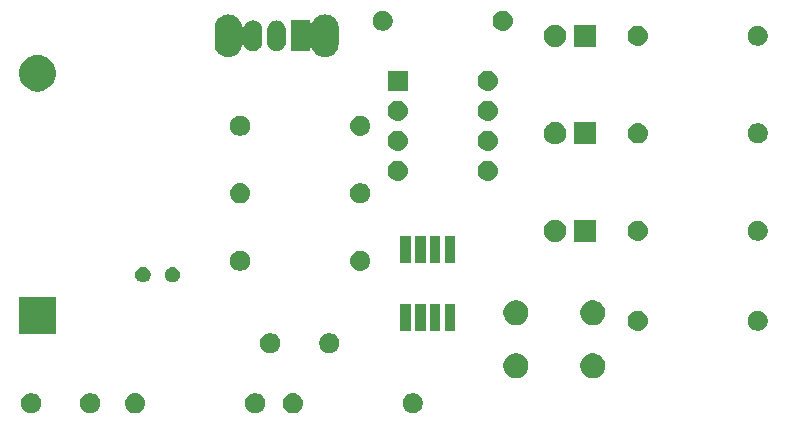
<source format=gbr>
G04 #@! TF.GenerationSoftware,KiCad,Pcbnew,(5.1.4)-1*
G04 #@! TF.CreationDate,2019-11-04T14:48:40+01:00*
G04 #@! TF.ProjectId,Soundsensor Digital,536f756e-6473-4656-9e73-6f7220446967,rev?*
G04 #@! TF.SameCoordinates,Original*
G04 #@! TF.FileFunction,Soldermask,Top*
G04 #@! TF.FilePolarity,Negative*
%FSLAX46Y46*%
G04 Gerber Fmt 4.6, Leading zero omitted, Abs format (unit mm)*
G04 Created by KiCad (PCBNEW (5.1.4)-1) date 2019-11-04 14:48:40*
%MOMM*%
%LPD*%
G04 APERTURE LIST*
%ADD10C,0.100000*%
G04 APERTURE END LIST*
D10*
G36*
X186938228Y-129991703D02*
G01*
X187093100Y-130055853D01*
X187232481Y-130148985D01*
X187351015Y-130267519D01*
X187444147Y-130406900D01*
X187508297Y-130561772D01*
X187541000Y-130726184D01*
X187541000Y-130893816D01*
X187508297Y-131058228D01*
X187444147Y-131213100D01*
X187351015Y-131352481D01*
X187232481Y-131471015D01*
X187093100Y-131564147D01*
X186938228Y-131628297D01*
X186773816Y-131661000D01*
X186606184Y-131661000D01*
X186441772Y-131628297D01*
X186286900Y-131564147D01*
X186147519Y-131471015D01*
X186028985Y-131352481D01*
X185935853Y-131213100D01*
X185871703Y-131058228D01*
X185839000Y-130893816D01*
X185839000Y-130726184D01*
X185871703Y-130561772D01*
X185935853Y-130406900D01*
X186028985Y-130267519D01*
X186147519Y-130148985D01*
X186286900Y-130055853D01*
X186441772Y-129991703D01*
X186606184Y-129959000D01*
X186773816Y-129959000D01*
X186938228Y-129991703D01*
X186938228Y-129991703D01*
G37*
G36*
X176696823Y-129971313D02*
G01*
X176857242Y-130019976D01*
X176924361Y-130055852D01*
X177005078Y-130098996D01*
X177134659Y-130205341D01*
X177241004Y-130334922D01*
X177241005Y-130334924D01*
X177320024Y-130482758D01*
X177368687Y-130643177D01*
X177385117Y-130810000D01*
X177368687Y-130976823D01*
X177320024Y-131137242D01*
X177279477Y-131213100D01*
X177241004Y-131285078D01*
X177134659Y-131414659D01*
X177005078Y-131521004D01*
X177005076Y-131521005D01*
X176857242Y-131600024D01*
X176696823Y-131648687D01*
X176571804Y-131661000D01*
X176488196Y-131661000D01*
X176363177Y-131648687D01*
X176202758Y-131600024D01*
X176054924Y-131521005D01*
X176054922Y-131521004D01*
X175925341Y-131414659D01*
X175818996Y-131285078D01*
X175780523Y-131213100D01*
X175739976Y-131137242D01*
X175691313Y-130976823D01*
X175674883Y-130810000D01*
X175691313Y-130643177D01*
X175739976Y-130482758D01*
X175818995Y-130334924D01*
X175818996Y-130334922D01*
X175925341Y-130205341D01*
X176054922Y-130098996D01*
X176135639Y-130055852D01*
X176202758Y-130019976D01*
X176363177Y-129971313D01*
X176488196Y-129959000D01*
X176571804Y-129959000D01*
X176696823Y-129971313D01*
X176696823Y-129971313D01*
G37*
G36*
X173603228Y-129991703D02*
G01*
X173758100Y-130055853D01*
X173897481Y-130148985D01*
X174016015Y-130267519D01*
X174109147Y-130406900D01*
X174173297Y-130561772D01*
X174206000Y-130726184D01*
X174206000Y-130893816D01*
X174173297Y-131058228D01*
X174109147Y-131213100D01*
X174016015Y-131352481D01*
X173897481Y-131471015D01*
X173758100Y-131564147D01*
X173603228Y-131628297D01*
X173438816Y-131661000D01*
X173271184Y-131661000D01*
X173106772Y-131628297D01*
X172951900Y-131564147D01*
X172812519Y-131471015D01*
X172693985Y-131352481D01*
X172600853Y-131213100D01*
X172536703Y-131058228D01*
X172504000Y-130893816D01*
X172504000Y-130726184D01*
X172536703Y-130561772D01*
X172600853Y-130406900D01*
X172693985Y-130267519D01*
X172812519Y-130148985D01*
X172951900Y-130055853D01*
X173106772Y-129991703D01*
X173271184Y-129959000D01*
X173438816Y-129959000D01*
X173603228Y-129991703D01*
X173603228Y-129991703D01*
G37*
G36*
X163361823Y-129971313D02*
G01*
X163522242Y-130019976D01*
X163589361Y-130055852D01*
X163670078Y-130098996D01*
X163799659Y-130205341D01*
X163906004Y-130334922D01*
X163906005Y-130334924D01*
X163985024Y-130482758D01*
X164033687Y-130643177D01*
X164050117Y-130810000D01*
X164033687Y-130976823D01*
X163985024Y-131137242D01*
X163944477Y-131213100D01*
X163906004Y-131285078D01*
X163799659Y-131414659D01*
X163670078Y-131521004D01*
X163670076Y-131521005D01*
X163522242Y-131600024D01*
X163361823Y-131648687D01*
X163236804Y-131661000D01*
X163153196Y-131661000D01*
X163028177Y-131648687D01*
X162867758Y-131600024D01*
X162719924Y-131521005D01*
X162719922Y-131521004D01*
X162590341Y-131414659D01*
X162483996Y-131285078D01*
X162445523Y-131213100D01*
X162404976Y-131137242D01*
X162356313Y-130976823D01*
X162339883Y-130810000D01*
X162356313Y-130643177D01*
X162404976Y-130482758D01*
X162483995Y-130334924D01*
X162483996Y-130334922D01*
X162590341Y-130205341D01*
X162719922Y-130098996D01*
X162800639Y-130055852D01*
X162867758Y-130019976D01*
X163028177Y-129971313D01*
X163153196Y-129959000D01*
X163236804Y-129959000D01*
X163361823Y-129971313D01*
X163361823Y-129971313D01*
G37*
G36*
X159633228Y-129991703D02*
G01*
X159788100Y-130055853D01*
X159927481Y-130148985D01*
X160046015Y-130267519D01*
X160139147Y-130406900D01*
X160203297Y-130561772D01*
X160236000Y-130726184D01*
X160236000Y-130893816D01*
X160203297Y-131058228D01*
X160139147Y-131213100D01*
X160046015Y-131352481D01*
X159927481Y-131471015D01*
X159788100Y-131564147D01*
X159633228Y-131628297D01*
X159468816Y-131661000D01*
X159301184Y-131661000D01*
X159136772Y-131628297D01*
X158981900Y-131564147D01*
X158842519Y-131471015D01*
X158723985Y-131352481D01*
X158630853Y-131213100D01*
X158566703Y-131058228D01*
X158534000Y-130893816D01*
X158534000Y-130726184D01*
X158566703Y-130561772D01*
X158630853Y-130406900D01*
X158723985Y-130267519D01*
X158842519Y-130148985D01*
X158981900Y-130055853D01*
X159136772Y-129991703D01*
X159301184Y-129959000D01*
X159468816Y-129959000D01*
X159633228Y-129991703D01*
X159633228Y-129991703D01*
G37*
G36*
X154633228Y-129991703D02*
G01*
X154788100Y-130055853D01*
X154927481Y-130148985D01*
X155046015Y-130267519D01*
X155139147Y-130406900D01*
X155203297Y-130561772D01*
X155236000Y-130726184D01*
X155236000Y-130893816D01*
X155203297Y-131058228D01*
X155139147Y-131213100D01*
X155046015Y-131352481D01*
X154927481Y-131471015D01*
X154788100Y-131564147D01*
X154633228Y-131628297D01*
X154468816Y-131661000D01*
X154301184Y-131661000D01*
X154136772Y-131628297D01*
X153981900Y-131564147D01*
X153842519Y-131471015D01*
X153723985Y-131352481D01*
X153630853Y-131213100D01*
X153566703Y-131058228D01*
X153534000Y-130893816D01*
X153534000Y-130726184D01*
X153566703Y-130561772D01*
X153630853Y-130406900D01*
X153723985Y-130267519D01*
X153842519Y-130148985D01*
X153981900Y-130055853D01*
X154136772Y-129991703D01*
X154301184Y-129959000D01*
X154468816Y-129959000D01*
X154633228Y-129991703D01*
X154633228Y-129991703D01*
G37*
G36*
X195736564Y-126624389D02*
G01*
X195927833Y-126703615D01*
X195927835Y-126703616D01*
X196099973Y-126818635D01*
X196246365Y-126965027D01*
X196361385Y-127137167D01*
X196440611Y-127328436D01*
X196481000Y-127531484D01*
X196481000Y-127738516D01*
X196440611Y-127941564D01*
X196361385Y-128132833D01*
X196361384Y-128132835D01*
X196246365Y-128304973D01*
X196099973Y-128451365D01*
X195927835Y-128566384D01*
X195927834Y-128566385D01*
X195927833Y-128566385D01*
X195736564Y-128645611D01*
X195533516Y-128686000D01*
X195326484Y-128686000D01*
X195123436Y-128645611D01*
X194932167Y-128566385D01*
X194932166Y-128566385D01*
X194932165Y-128566384D01*
X194760027Y-128451365D01*
X194613635Y-128304973D01*
X194498616Y-128132835D01*
X194498615Y-128132833D01*
X194419389Y-127941564D01*
X194379000Y-127738516D01*
X194379000Y-127531484D01*
X194419389Y-127328436D01*
X194498615Y-127137167D01*
X194613635Y-126965027D01*
X194760027Y-126818635D01*
X194932165Y-126703616D01*
X194932167Y-126703615D01*
X195123436Y-126624389D01*
X195326484Y-126584000D01*
X195533516Y-126584000D01*
X195736564Y-126624389D01*
X195736564Y-126624389D01*
G37*
G36*
X202236564Y-126624389D02*
G01*
X202427833Y-126703615D01*
X202427835Y-126703616D01*
X202599973Y-126818635D01*
X202746365Y-126965027D01*
X202861385Y-127137167D01*
X202940611Y-127328436D01*
X202981000Y-127531484D01*
X202981000Y-127738516D01*
X202940611Y-127941564D01*
X202861385Y-128132833D01*
X202861384Y-128132835D01*
X202746365Y-128304973D01*
X202599973Y-128451365D01*
X202427835Y-128566384D01*
X202427834Y-128566385D01*
X202427833Y-128566385D01*
X202236564Y-128645611D01*
X202033516Y-128686000D01*
X201826484Y-128686000D01*
X201623436Y-128645611D01*
X201432167Y-128566385D01*
X201432166Y-128566385D01*
X201432165Y-128566384D01*
X201260027Y-128451365D01*
X201113635Y-128304973D01*
X200998616Y-128132835D01*
X200998615Y-128132833D01*
X200919389Y-127941564D01*
X200879000Y-127738516D01*
X200879000Y-127531484D01*
X200919389Y-127328436D01*
X200998615Y-127137167D01*
X201113635Y-126965027D01*
X201260027Y-126818635D01*
X201432165Y-126703616D01*
X201432167Y-126703615D01*
X201623436Y-126624389D01*
X201826484Y-126584000D01*
X202033516Y-126584000D01*
X202236564Y-126624389D01*
X202236564Y-126624389D01*
G37*
G36*
X179873228Y-124911703D02*
G01*
X180028100Y-124975853D01*
X180167481Y-125068985D01*
X180286015Y-125187519D01*
X180379147Y-125326900D01*
X180443297Y-125481772D01*
X180476000Y-125646184D01*
X180476000Y-125813816D01*
X180443297Y-125978228D01*
X180379147Y-126133100D01*
X180286015Y-126272481D01*
X180167481Y-126391015D01*
X180028100Y-126484147D01*
X179873228Y-126548297D01*
X179708816Y-126581000D01*
X179541184Y-126581000D01*
X179376772Y-126548297D01*
X179221900Y-126484147D01*
X179082519Y-126391015D01*
X178963985Y-126272481D01*
X178870853Y-126133100D01*
X178806703Y-125978228D01*
X178774000Y-125813816D01*
X178774000Y-125646184D01*
X178806703Y-125481772D01*
X178870853Y-125326900D01*
X178963985Y-125187519D01*
X179082519Y-125068985D01*
X179221900Y-124975853D01*
X179376772Y-124911703D01*
X179541184Y-124879000D01*
X179708816Y-124879000D01*
X179873228Y-124911703D01*
X179873228Y-124911703D01*
G37*
G36*
X174873228Y-124911703D02*
G01*
X175028100Y-124975853D01*
X175167481Y-125068985D01*
X175286015Y-125187519D01*
X175379147Y-125326900D01*
X175443297Y-125481772D01*
X175476000Y-125646184D01*
X175476000Y-125813816D01*
X175443297Y-125978228D01*
X175379147Y-126133100D01*
X175286015Y-126272481D01*
X175167481Y-126391015D01*
X175028100Y-126484147D01*
X174873228Y-126548297D01*
X174708816Y-126581000D01*
X174541184Y-126581000D01*
X174376772Y-126548297D01*
X174221900Y-126484147D01*
X174082519Y-126391015D01*
X173963985Y-126272481D01*
X173870853Y-126133100D01*
X173806703Y-125978228D01*
X173774000Y-125813816D01*
X173774000Y-125646184D01*
X173806703Y-125481772D01*
X173870853Y-125326900D01*
X173963985Y-125187519D01*
X174082519Y-125068985D01*
X174221900Y-124975853D01*
X174376772Y-124911703D01*
X174541184Y-124879000D01*
X174708816Y-124879000D01*
X174873228Y-124911703D01*
X174873228Y-124911703D01*
G37*
G36*
X156491000Y-124911000D02*
G01*
X153389000Y-124911000D01*
X153389000Y-121809000D01*
X156491000Y-121809000D01*
X156491000Y-124911000D01*
X156491000Y-124911000D01*
G37*
G36*
X205906823Y-122986313D02*
G01*
X206067242Y-123034976D01*
X206134361Y-123070852D01*
X206215078Y-123113996D01*
X206344659Y-123220341D01*
X206451004Y-123349922D01*
X206451005Y-123349924D01*
X206530024Y-123497758D01*
X206578687Y-123658177D01*
X206595117Y-123825000D01*
X206578687Y-123991823D01*
X206530024Y-124152242D01*
X206489477Y-124228100D01*
X206451004Y-124300078D01*
X206344659Y-124429659D01*
X206215078Y-124536004D01*
X206215076Y-124536005D01*
X206067242Y-124615024D01*
X205906823Y-124663687D01*
X205781804Y-124676000D01*
X205698196Y-124676000D01*
X205573177Y-124663687D01*
X205412758Y-124615024D01*
X205264924Y-124536005D01*
X205264922Y-124536004D01*
X205135341Y-124429659D01*
X205028996Y-124300078D01*
X204990523Y-124228100D01*
X204949976Y-124152242D01*
X204901313Y-123991823D01*
X204884883Y-123825000D01*
X204901313Y-123658177D01*
X204949976Y-123497758D01*
X205028995Y-123349924D01*
X205028996Y-123349922D01*
X205135341Y-123220341D01*
X205264922Y-123113996D01*
X205345639Y-123070852D01*
X205412758Y-123034976D01*
X205573177Y-122986313D01*
X205698196Y-122974000D01*
X205781804Y-122974000D01*
X205906823Y-122986313D01*
X205906823Y-122986313D01*
G37*
G36*
X216148228Y-123006703D02*
G01*
X216303100Y-123070853D01*
X216442481Y-123163985D01*
X216561015Y-123282519D01*
X216654147Y-123421900D01*
X216718297Y-123576772D01*
X216751000Y-123741184D01*
X216751000Y-123908816D01*
X216718297Y-124073228D01*
X216654147Y-124228100D01*
X216561015Y-124367481D01*
X216442481Y-124486015D01*
X216303100Y-124579147D01*
X216148228Y-124643297D01*
X215983816Y-124676000D01*
X215816184Y-124676000D01*
X215651772Y-124643297D01*
X215496900Y-124579147D01*
X215357519Y-124486015D01*
X215238985Y-124367481D01*
X215145853Y-124228100D01*
X215081703Y-124073228D01*
X215049000Y-123908816D01*
X215049000Y-123741184D01*
X215081703Y-123576772D01*
X215145853Y-123421900D01*
X215238985Y-123282519D01*
X215357519Y-123163985D01*
X215496900Y-123070853D01*
X215651772Y-123006703D01*
X215816184Y-122974000D01*
X215983816Y-122974000D01*
X216148228Y-123006703D01*
X216148228Y-123006703D01*
G37*
G36*
X186509860Y-124668480D02*
G01*
X185610300Y-124668480D01*
X185610300Y-122366840D01*
X186509860Y-122366840D01*
X186509860Y-124668480D01*
X186509860Y-124668480D01*
G37*
G36*
X190314780Y-124668480D02*
G01*
X189415220Y-124668480D01*
X189415220Y-122366840D01*
X190314780Y-122366840D01*
X190314780Y-124668480D01*
X190314780Y-124668480D01*
G37*
G36*
X189044780Y-124668480D02*
G01*
X188145220Y-124668480D01*
X188145220Y-122366840D01*
X189044780Y-122366840D01*
X189044780Y-124668480D01*
X189044780Y-124668480D01*
G37*
G36*
X187779860Y-124668480D02*
G01*
X186880300Y-124668480D01*
X186880300Y-122366840D01*
X187779860Y-122366840D01*
X187779860Y-124668480D01*
X187779860Y-124668480D01*
G37*
G36*
X195736564Y-122124389D02*
G01*
X195927833Y-122203615D01*
X195927835Y-122203616D01*
X196099973Y-122318635D01*
X196246365Y-122465027D01*
X196361385Y-122637167D01*
X196440611Y-122828436D01*
X196481000Y-123031484D01*
X196481000Y-123238516D01*
X196440611Y-123441564D01*
X196384606Y-123576772D01*
X196361384Y-123632835D01*
X196246365Y-123804973D01*
X196099973Y-123951365D01*
X195927835Y-124066384D01*
X195927834Y-124066385D01*
X195927833Y-124066385D01*
X195736564Y-124145611D01*
X195533516Y-124186000D01*
X195326484Y-124186000D01*
X195123436Y-124145611D01*
X194932167Y-124066385D01*
X194932166Y-124066385D01*
X194932165Y-124066384D01*
X194760027Y-123951365D01*
X194613635Y-123804973D01*
X194498616Y-123632835D01*
X194475394Y-123576772D01*
X194419389Y-123441564D01*
X194379000Y-123238516D01*
X194379000Y-123031484D01*
X194419389Y-122828436D01*
X194498615Y-122637167D01*
X194613635Y-122465027D01*
X194760027Y-122318635D01*
X194932165Y-122203616D01*
X194932167Y-122203615D01*
X195123436Y-122124389D01*
X195326484Y-122084000D01*
X195533516Y-122084000D01*
X195736564Y-122124389D01*
X195736564Y-122124389D01*
G37*
G36*
X202236564Y-122124389D02*
G01*
X202427833Y-122203615D01*
X202427835Y-122203616D01*
X202599973Y-122318635D01*
X202746365Y-122465027D01*
X202861385Y-122637167D01*
X202940611Y-122828436D01*
X202981000Y-123031484D01*
X202981000Y-123238516D01*
X202940611Y-123441564D01*
X202884606Y-123576772D01*
X202861384Y-123632835D01*
X202746365Y-123804973D01*
X202599973Y-123951365D01*
X202427835Y-124066384D01*
X202427834Y-124066385D01*
X202427833Y-124066385D01*
X202236564Y-124145611D01*
X202033516Y-124186000D01*
X201826484Y-124186000D01*
X201623436Y-124145611D01*
X201432167Y-124066385D01*
X201432166Y-124066385D01*
X201432165Y-124066384D01*
X201260027Y-123951365D01*
X201113635Y-123804973D01*
X200998616Y-123632835D01*
X200975394Y-123576772D01*
X200919389Y-123441564D01*
X200879000Y-123238516D01*
X200879000Y-123031484D01*
X200919389Y-122828436D01*
X200998615Y-122637167D01*
X201113635Y-122465027D01*
X201260027Y-122318635D01*
X201432165Y-122203616D01*
X201432167Y-122203615D01*
X201623436Y-122124389D01*
X201826484Y-122084000D01*
X202033516Y-122084000D01*
X202236564Y-122124389D01*
X202236564Y-122124389D01*
G37*
G36*
X166507031Y-119287481D02*
G01*
X166539890Y-119294017D01*
X166658364Y-119343091D01*
X166764988Y-119414335D01*
X166855665Y-119505012D01*
X166926909Y-119611636D01*
X166975983Y-119730110D01*
X167001000Y-119855882D01*
X167001000Y-119984118D01*
X166975983Y-120109890D01*
X166926909Y-120228364D01*
X166855665Y-120334988D01*
X166764988Y-120425665D01*
X166658364Y-120496909D01*
X166658363Y-120496910D01*
X166658362Y-120496910D01*
X166539890Y-120545983D01*
X166414119Y-120571000D01*
X166285881Y-120571000D01*
X166160110Y-120545983D01*
X166041638Y-120496910D01*
X166041637Y-120496910D01*
X166041636Y-120496909D01*
X165935012Y-120425665D01*
X165844335Y-120334988D01*
X165773091Y-120228364D01*
X165724017Y-120109890D01*
X165699000Y-119984118D01*
X165699000Y-119855882D01*
X165724017Y-119730110D01*
X165773091Y-119611636D01*
X165844335Y-119505012D01*
X165935012Y-119414335D01*
X166041636Y-119343091D01*
X166160110Y-119294017D01*
X166192969Y-119287481D01*
X166285881Y-119269000D01*
X166414119Y-119269000D01*
X166507031Y-119287481D01*
X166507031Y-119287481D01*
G37*
G36*
X164007031Y-119287481D02*
G01*
X164039890Y-119294017D01*
X164158364Y-119343091D01*
X164264988Y-119414335D01*
X164355665Y-119505012D01*
X164426909Y-119611636D01*
X164475983Y-119730110D01*
X164501000Y-119855882D01*
X164501000Y-119984118D01*
X164475983Y-120109890D01*
X164426909Y-120228364D01*
X164355665Y-120334988D01*
X164264988Y-120425665D01*
X164158364Y-120496909D01*
X164158363Y-120496910D01*
X164158362Y-120496910D01*
X164039890Y-120545983D01*
X163914119Y-120571000D01*
X163785881Y-120571000D01*
X163660110Y-120545983D01*
X163541638Y-120496910D01*
X163541637Y-120496910D01*
X163541636Y-120496909D01*
X163435012Y-120425665D01*
X163344335Y-120334988D01*
X163273091Y-120228364D01*
X163224017Y-120109890D01*
X163199000Y-119984118D01*
X163199000Y-119855882D01*
X163224017Y-119730110D01*
X163273091Y-119611636D01*
X163344335Y-119505012D01*
X163435012Y-119414335D01*
X163541636Y-119343091D01*
X163660110Y-119294017D01*
X163692969Y-119287481D01*
X163785881Y-119269000D01*
X163914119Y-119269000D01*
X164007031Y-119287481D01*
X164007031Y-119287481D01*
G37*
G36*
X182411823Y-117906313D02*
G01*
X182572242Y-117954976D01*
X182639361Y-117990852D01*
X182720078Y-118033996D01*
X182849659Y-118140341D01*
X182956004Y-118269922D01*
X182956005Y-118269924D01*
X183035024Y-118417758D01*
X183083687Y-118578177D01*
X183100117Y-118745000D01*
X183083687Y-118911823D01*
X183035024Y-119072242D01*
X182994477Y-119148100D01*
X182956004Y-119220078D01*
X182849659Y-119349659D01*
X182720078Y-119456004D01*
X182720076Y-119456005D01*
X182572242Y-119535024D01*
X182411823Y-119583687D01*
X182286804Y-119596000D01*
X182203196Y-119596000D01*
X182078177Y-119583687D01*
X181917758Y-119535024D01*
X181769924Y-119456005D01*
X181769922Y-119456004D01*
X181640341Y-119349659D01*
X181533996Y-119220078D01*
X181495523Y-119148100D01*
X181454976Y-119072242D01*
X181406313Y-118911823D01*
X181389883Y-118745000D01*
X181406313Y-118578177D01*
X181454976Y-118417758D01*
X181533995Y-118269924D01*
X181533996Y-118269922D01*
X181640341Y-118140341D01*
X181769922Y-118033996D01*
X181850639Y-117990852D01*
X181917758Y-117954976D01*
X182078177Y-117906313D01*
X182203196Y-117894000D01*
X182286804Y-117894000D01*
X182411823Y-117906313D01*
X182411823Y-117906313D01*
G37*
G36*
X172333228Y-117926703D02*
G01*
X172488100Y-117990853D01*
X172627481Y-118083985D01*
X172746015Y-118202519D01*
X172839147Y-118341900D01*
X172903297Y-118496772D01*
X172936000Y-118661184D01*
X172936000Y-118828816D01*
X172903297Y-118993228D01*
X172839147Y-119148100D01*
X172746015Y-119287481D01*
X172627481Y-119406015D01*
X172488100Y-119499147D01*
X172333228Y-119563297D01*
X172168816Y-119596000D01*
X172001184Y-119596000D01*
X171836772Y-119563297D01*
X171681900Y-119499147D01*
X171542519Y-119406015D01*
X171423985Y-119287481D01*
X171330853Y-119148100D01*
X171266703Y-118993228D01*
X171234000Y-118828816D01*
X171234000Y-118661184D01*
X171266703Y-118496772D01*
X171330853Y-118341900D01*
X171423985Y-118202519D01*
X171542519Y-118083985D01*
X171681900Y-117990853D01*
X171836772Y-117926703D01*
X172001184Y-117894000D01*
X172168816Y-117894000D01*
X172333228Y-117926703D01*
X172333228Y-117926703D01*
G37*
G36*
X186509860Y-118933160D02*
G01*
X185610300Y-118933160D01*
X185610300Y-116631520D01*
X186509860Y-116631520D01*
X186509860Y-118933160D01*
X186509860Y-118933160D01*
G37*
G36*
X187779860Y-118933160D02*
G01*
X186880300Y-118933160D01*
X186880300Y-116631520D01*
X187779860Y-116631520D01*
X187779860Y-118933160D01*
X187779860Y-118933160D01*
G37*
G36*
X190314780Y-118933160D02*
G01*
X189415220Y-118933160D01*
X189415220Y-116631520D01*
X190314780Y-116631520D01*
X190314780Y-118933160D01*
X190314780Y-118933160D01*
G37*
G36*
X189044780Y-118933160D02*
G01*
X188145220Y-118933160D01*
X188145220Y-116631520D01*
X189044780Y-116631520D01*
X189044780Y-118933160D01*
X189044780Y-118933160D01*
G37*
G36*
X202246000Y-117156000D02*
G01*
X200344000Y-117156000D01*
X200344000Y-115254000D01*
X202246000Y-115254000D01*
X202246000Y-117156000D01*
X202246000Y-117156000D01*
G37*
G36*
X199032395Y-115290546D02*
G01*
X199205466Y-115362234D01*
X199211572Y-115366314D01*
X199361227Y-115466310D01*
X199493690Y-115598773D01*
X199536284Y-115662520D01*
X199597766Y-115754534D01*
X199669454Y-115927605D01*
X199706000Y-116111333D01*
X199706000Y-116298667D01*
X199669454Y-116482395D01*
X199597766Y-116655466D01*
X199597765Y-116655467D01*
X199493690Y-116811227D01*
X199361227Y-116943690D01*
X199338092Y-116959148D01*
X199205466Y-117047766D01*
X199032395Y-117119454D01*
X198848667Y-117156000D01*
X198661333Y-117156000D01*
X198477605Y-117119454D01*
X198304534Y-117047766D01*
X198171908Y-116959148D01*
X198148773Y-116943690D01*
X198016310Y-116811227D01*
X197912235Y-116655467D01*
X197912234Y-116655466D01*
X197840546Y-116482395D01*
X197804000Y-116298667D01*
X197804000Y-116111333D01*
X197840546Y-115927605D01*
X197912234Y-115754534D01*
X197973716Y-115662520D01*
X198016310Y-115598773D01*
X198148773Y-115466310D01*
X198298428Y-115366314D01*
X198304534Y-115362234D01*
X198477605Y-115290546D01*
X198661333Y-115254000D01*
X198848667Y-115254000D01*
X199032395Y-115290546D01*
X199032395Y-115290546D01*
G37*
G36*
X216148228Y-115386703D02*
G01*
X216303100Y-115450853D01*
X216442481Y-115543985D01*
X216561015Y-115662519D01*
X216654147Y-115801900D01*
X216718297Y-115956772D01*
X216751000Y-116121184D01*
X216751000Y-116288816D01*
X216718297Y-116453228D01*
X216654147Y-116608100D01*
X216561015Y-116747481D01*
X216442481Y-116866015D01*
X216303100Y-116959147D01*
X216148228Y-117023297D01*
X215983816Y-117056000D01*
X215816184Y-117056000D01*
X215651772Y-117023297D01*
X215496900Y-116959147D01*
X215357519Y-116866015D01*
X215238985Y-116747481D01*
X215145853Y-116608100D01*
X215081703Y-116453228D01*
X215049000Y-116288816D01*
X215049000Y-116121184D01*
X215081703Y-115956772D01*
X215145853Y-115801900D01*
X215238985Y-115662519D01*
X215357519Y-115543985D01*
X215496900Y-115450853D01*
X215651772Y-115386703D01*
X215816184Y-115354000D01*
X215983816Y-115354000D01*
X216148228Y-115386703D01*
X216148228Y-115386703D01*
G37*
G36*
X205906823Y-115366313D02*
G01*
X206067242Y-115414976D01*
X206134361Y-115450852D01*
X206215078Y-115493996D01*
X206344659Y-115600341D01*
X206451004Y-115729922D01*
X206451005Y-115729924D01*
X206530024Y-115877758D01*
X206578687Y-116038177D01*
X206595117Y-116205000D01*
X206578687Y-116371823D01*
X206530024Y-116532242D01*
X206489477Y-116608100D01*
X206451004Y-116680078D01*
X206344659Y-116809659D01*
X206215078Y-116916004D01*
X206215076Y-116916005D01*
X206067242Y-116995024D01*
X205906823Y-117043687D01*
X205781804Y-117056000D01*
X205698196Y-117056000D01*
X205573177Y-117043687D01*
X205412758Y-116995024D01*
X205264924Y-116916005D01*
X205264922Y-116916004D01*
X205135341Y-116809659D01*
X205028996Y-116680078D01*
X204990523Y-116608100D01*
X204949976Y-116532242D01*
X204901313Y-116371823D01*
X204884883Y-116205000D01*
X204901313Y-116038177D01*
X204949976Y-115877758D01*
X205028995Y-115729924D01*
X205028996Y-115729922D01*
X205135341Y-115600341D01*
X205264922Y-115493996D01*
X205345639Y-115450852D01*
X205412758Y-115414976D01*
X205573177Y-115366313D01*
X205698196Y-115354000D01*
X205781804Y-115354000D01*
X205906823Y-115366313D01*
X205906823Y-115366313D01*
G37*
G36*
X182493228Y-112211703D02*
G01*
X182648100Y-112275853D01*
X182787481Y-112368985D01*
X182906015Y-112487519D01*
X182999147Y-112626900D01*
X183063297Y-112781772D01*
X183096000Y-112946184D01*
X183096000Y-113113816D01*
X183063297Y-113278228D01*
X182999147Y-113433100D01*
X182906015Y-113572481D01*
X182787481Y-113691015D01*
X182648100Y-113784147D01*
X182493228Y-113848297D01*
X182328816Y-113881000D01*
X182161184Y-113881000D01*
X181996772Y-113848297D01*
X181841900Y-113784147D01*
X181702519Y-113691015D01*
X181583985Y-113572481D01*
X181490853Y-113433100D01*
X181426703Y-113278228D01*
X181394000Y-113113816D01*
X181394000Y-112946184D01*
X181426703Y-112781772D01*
X181490853Y-112626900D01*
X181583985Y-112487519D01*
X181702519Y-112368985D01*
X181841900Y-112275853D01*
X181996772Y-112211703D01*
X182161184Y-112179000D01*
X182328816Y-112179000D01*
X182493228Y-112211703D01*
X182493228Y-112211703D01*
G37*
G36*
X172251823Y-112191313D02*
G01*
X172412242Y-112239976D01*
X172479361Y-112275852D01*
X172560078Y-112318996D01*
X172689659Y-112425341D01*
X172796004Y-112554922D01*
X172796005Y-112554924D01*
X172875024Y-112702758D01*
X172923687Y-112863177D01*
X172940117Y-113030000D01*
X172923687Y-113196823D01*
X172875024Y-113357242D01*
X172834477Y-113433100D01*
X172796004Y-113505078D01*
X172689659Y-113634659D01*
X172560078Y-113741004D01*
X172560076Y-113741005D01*
X172412242Y-113820024D01*
X172251823Y-113868687D01*
X172126804Y-113881000D01*
X172043196Y-113881000D01*
X171918177Y-113868687D01*
X171757758Y-113820024D01*
X171609924Y-113741005D01*
X171609922Y-113741004D01*
X171480341Y-113634659D01*
X171373996Y-113505078D01*
X171335523Y-113433100D01*
X171294976Y-113357242D01*
X171246313Y-113196823D01*
X171229883Y-113030000D01*
X171246313Y-112863177D01*
X171294976Y-112702758D01*
X171373995Y-112554924D01*
X171373996Y-112554922D01*
X171480341Y-112425341D01*
X171609922Y-112318996D01*
X171690639Y-112275852D01*
X171757758Y-112239976D01*
X171918177Y-112191313D01*
X172043196Y-112179000D01*
X172126804Y-112179000D01*
X172251823Y-112191313D01*
X172251823Y-112191313D01*
G37*
G36*
X193206823Y-110286313D02*
G01*
X193367242Y-110334976D01*
X193499906Y-110405886D01*
X193515078Y-110413996D01*
X193644659Y-110520341D01*
X193751004Y-110649922D01*
X193751005Y-110649924D01*
X193830024Y-110797758D01*
X193878687Y-110958177D01*
X193895117Y-111125000D01*
X193878687Y-111291823D01*
X193830024Y-111452242D01*
X193759114Y-111584906D01*
X193751004Y-111600078D01*
X193644659Y-111729659D01*
X193515078Y-111836004D01*
X193515076Y-111836005D01*
X193367242Y-111915024D01*
X193206823Y-111963687D01*
X193081804Y-111976000D01*
X192998196Y-111976000D01*
X192873177Y-111963687D01*
X192712758Y-111915024D01*
X192564924Y-111836005D01*
X192564922Y-111836004D01*
X192435341Y-111729659D01*
X192328996Y-111600078D01*
X192320886Y-111584906D01*
X192249976Y-111452242D01*
X192201313Y-111291823D01*
X192184883Y-111125000D01*
X192201313Y-110958177D01*
X192249976Y-110797758D01*
X192328995Y-110649924D01*
X192328996Y-110649922D01*
X192435341Y-110520341D01*
X192564922Y-110413996D01*
X192580094Y-110405886D01*
X192712758Y-110334976D01*
X192873177Y-110286313D01*
X192998196Y-110274000D01*
X193081804Y-110274000D01*
X193206823Y-110286313D01*
X193206823Y-110286313D01*
G37*
G36*
X185586823Y-110286313D02*
G01*
X185747242Y-110334976D01*
X185879906Y-110405886D01*
X185895078Y-110413996D01*
X186024659Y-110520341D01*
X186131004Y-110649922D01*
X186131005Y-110649924D01*
X186210024Y-110797758D01*
X186258687Y-110958177D01*
X186275117Y-111125000D01*
X186258687Y-111291823D01*
X186210024Y-111452242D01*
X186139114Y-111584906D01*
X186131004Y-111600078D01*
X186024659Y-111729659D01*
X185895078Y-111836004D01*
X185895076Y-111836005D01*
X185747242Y-111915024D01*
X185586823Y-111963687D01*
X185461804Y-111976000D01*
X185378196Y-111976000D01*
X185253177Y-111963687D01*
X185092758Y-111915024D01*
X184944924Y-111836005D01*
X184944922Y-111836004D01*
X184815341Y-111729659D01*
X184708996Y-111600078D01*
X184700886Y-111584906D01*
X184629976Y-111452242D01*
X184581313Y-111291823D01*
X184564883Y-111125000D01*
X184581313Y-110958177D01*
X184629976Y-110797758D01*
X184708995Y-110649924D01*
X184708996Y-110649922D01*
X184815341Y-110520341D01*
X184944922Y-110413996D01*
X184960094Y-110405886D01*
X185092758Y-110334976D01*
X185253177Y-110286313D01*
X185378196Y-110274000D01*
X185461804Y-110274000D01*
X185586823Y-110286313D01*
X185586823Y-110286313D01*
G37*
G36*
X193206823Y-107746313D02*
G01*
X193367242Y-107794976D01*
X193499906Y-107865886D01*
X193515078Y-107873996D01*
X193644659Y-107980341D01*
X193751004Y-108109922D01*
X193751005Y-108109924D01*
X193830024Y-108257758D01*
X193878687Y-108418177D01*
X193895117Y-108585000D01*
X193878687Y-108751823D01*
X193830024Y-108912242D01*
X193759114Y-109044906D01*
X193751004Y-109060078D01*
X193644659Y-109189659D01*
X193515078Y-109296004D01*
X193515076Y-109296005D01*
X193367242Y-109375024D01*
X193206823Y-109423687D01*
X193081804Y-109436000D01*
X192998196Y-109436000D01*
X192873177Y-109423687D01*
X192712758Y-109375024D01*
X192564924Y-109296005D01*
X192564922Y-109296004D01*
X192435341Y-109189659D01*
X192328996Y-109060078D01*
X192320886Y-109044906D01*
X192249976Y-108912242D01*
X192201313Y-108751823D01*
X192184883Y-108585000D01*
X192201313Y-108418177D01*
X192249976Y-108257758D01*
X192328995Y-108109924D01*
X192328996Y-108109922D01*
X192435341Y-107980341D01*
X192564922Y-107873996D01*
X192580094Y-107865886D01*
X192712758Y-107794976D01*
X192873177Y-107746313D01*
X192998196Y-107734000D01*
X193081804Y-107734000D01*
X193206823Y-107746313D01*
X193206823Y-107746313D01*
G37*
G36*
X185586823Y-107746313D02*
G01*
X185747242Y-107794976D01*
X185879906Y-107865886D01*
X185895078Y-107873996D01*
X186024659Y-107980341D01*
X186131004Y-108109922D01*
X186131005Y-108109924D01*
X186210024Y-108257758D01*
X186258687Y-108418177D01*
X186275117Y-108585000D01*
X186258687Y-108751823D01*
X186210024Y-108912242D01*
X186139114Y-109044906D01*
X186131004Y-109060078D01*
X186024659Y-109189659D01*
X185895078Y-109296004D01*
X185895076Y-109296005D01*
X185747242Y-109375024D01*
X185586823Y-109423687D01*
X185461804Y-109436000D01*
X185378196Y-109436000D01*
X185253177Y-109423687D01*
X185092758Y-109375024D01*
X184944924Y-109296005D01*
X184944922Y-109296004D01*
X184815341Y-109189659D01*
X184708996Y-109060078D01*
X184700886Y-109044906D01*
X184629976Y-108912242D01*
X184581313Y-108751823D01*
X184564883Y-108585000D01*
X184581313Y-108418177D01*
X184629976Y-108257758D01*
X184708995Y-108109924D01*
X184708996Y-108109922D01*
X184815341Y-107980341D01*
X184944922Y-107873996D01*
X184960094Y-107865886D01*
X185092758Y-107794976D01*
X185253177Y-107746313D01*
X185378196Y-107734000D01*
X185461804Y-107734000D01*
X185586823Y-107746313D01*
X185586823Y-107746313D01*
G37*
G36*
X202246000Y-108901000D02*
G01*
X200344000Y-108901000D01*
X200344000Y-106999000D01*
X202246000Y-106999000D01*
X202246000Y-108901000D01*
X202246000Y-108901000D01*
G37*
G36*
X199032395Y-107035546D02*
G01*
X199205466Y-107107234D01*
X199211572Y-107111314D01*
X199361227Y-107211310D01*
X199493690Y-107343773D01*
X199536284Y-107407520D01*
X199597766Y-107499534D01*
X199669454Y-107672605D01*
X199706000Y-107856333D01*
X199706000Y-108043667D01*
X199669454Y-108227395D01*
X199597766Y-108400466D01*
X199597765Y-108400467D01*
X199493690Y-108556227D01*
X199361227Y-108688690D01*
X199338092Y-108704148D01*
X199205466Y-108792766D01*
X199032395Y-108864454D01*
X198848667Y-108901000D01*
X198661333Y-108901000D01*
X198477605Y-108864454D01*
X198304534Y-108792766D01*
X198171908Y-108704148D01*
X198148773Y-108688690D01*
X198016310Y-108556227D01*
X197912235Y-108400467D01*
X197912234Y-108400466D01*
X197840546Y-108227395D01*
X197804000Y-108043667D01*
X197804000Y-107856333D01*
X197840546Y-107672605D01*
X197912234Y-107499534D01*
X197973716Y-107407520D01*
X198016310Y-107343773D01*
X198148773Y-107211310D01*
X198298428Y-107111314D01*
X198304534Y-107107234D01*
X198477605Y-107035546D01*
X198661333Y-106999000D01*
X198848667Y-106999000D01*
X199032395Y-107035546D01*
X199032395Y-107035546D01*
G37*
G36*
X205906823Y-107111313D02*
G01*
X206067242Y-107159976D01*
X206134361Y-107195852D01*
X206215078Y-107238996D01*
X206344659Y-107345341D01*
X206451004Y-107474922D01*
X206451005Y-107474924D01*
X206530024Y-107622758D01*
X206578687Y-107783177D01*
X206595117Y-107950000D01*
X206578687Y-108116823D01*
X206530024Y-108277242D01*
X206489477Y-108353100D01*
X206451004Y-108425078D01*
X206344659Y-108554659D01*
X206215078Y-108661004D01*
X206215076Y-108661005D01*
X206067242Y-108740024D01*
X205906823Y-108788687D01*
X205781804Y-108801000D01*
X205698196Y-108801000D01*
X205573177Y-108788687D01*
X205412758Y-108740024D01*
X205264924Y-108661005D01*
X205264922Y-108661004D01*
X205135341Y-108554659D01*
X205028996Y-108425078D01*
X204990523Y-108353100D01*
X204949976Y-108277242D01*
X204901313Y-108116823D01*
X204884883Y-107950000D01*
X204901313Y-107783177D01*
X204949976Y-107622758D01*
X205028995Y-107474924D01*
X205028996Y-107474922D01*
X205135341Y-107345341D01*
X205264922Y-107238996D01*
X205345639Y-107195852D01*
X205412758Y-107159976D01*
X205573177Y-107111313D01*
X205698196Y-107099000D01*
X205781804Y-107099000D01*
X205906823Y-107111313D01*
X205906823Y-107111313D01*
G37*
G36*
X216148228Y-107131703D02*
G01*
X216303100Y-107195853D01*
X216442481Y-107288985D01*
X216561015Y-107407519D01*
X216654147Y-107546900D01*
X216718297Y-107701772D01*
X216751000Y-107866184D01*
X216751000Y-108033816D01*
X216718297Y-108198228D01*
X216654147Y-108353100D01*
X216561015Y-108492481D01*
X216442481Y-108611015D01*
X216303100Y-108704147D01*
X216148228Y-108768297D01*
X215983816Y-108801000D01*
X215816184Y-108801000D01*
X215651772Y-108768297D01*
X215496900Y-108704147D01*
X215357519Y-108611015D01*
X215238985Y-108492481D01*
X215145853Y-108353100D01*
X215081703Y-108198228D01*
X215049000Y-108033816D01*
X215049000Y-107866184D01*
X215081703Y-107701772D01*
X215145853Y-107546900D01*
X215238985Y-107407519D01*
X215357519Y-107288985D01*
X215496900Y-107195853D01*
X215651772Y-107131703D01*
X215816184Y-107099000D01*
X215983816Y-107099000D01*
X216148228Y-107131703D01*
X216148228Y-107131703D01*
G37*
G36*
X182411823Y-106476313D02*
G01*
X182572242Y-106524976D01*
X182639361Y-106560852D01*
X182720078Y-106603996D01*
X182849659Y-106710341D01*
X182956004Y-106839922D01*
X182956005Y-106839924D01*
X183035024Y-106987758D01*
X183083687Y-107148177D01*
X183100117Y-107315000D01*
X183083687Y-107481823D01*
X183035024Y-107642242D01*
X182994477Y-107718100D01*
X182956004Y-107790078D01*
X182849659Y-107919659D01*
X182720078Y-108026004D01*
X182720076Y-108026005D01*
X182572242Y-108105024D01*
X182411823Y-108153687D01*
X182286804Y-108166000D01*
X182203196Y-108166000D01*
X182078177Y-108153687D01*
X181917758Y-108105024D01*
X181769924Y-108026005D01*
X181769922Y-108026004D01*
X181640341Y-107919659D01*
X181533996Y-107790078D01*
X181495523Y-107718100D01*
X181454976Y-107642242D01*
X181406313Y-107481823D01*
X181389883Y-107315000D01*
X181406313Y-107148177D01*
X181454976Y-106987758D01*
X181533995Y-106839924D01*
X181533996Y-106839922D01*
X181640341Y-106710341D01*
X181769922Y-106603996D01*
X181850639Y-106560852D01*
X181917758Y-106524976D01*
X182078177Y-106476313D01*
X182203196Y-106464000D01*
X182286804Y-106464000D01*
X182411823Y-106476313D01*
X182411823Y-106476313D01*
G37*
G36*
X172333228Y-106496703D02*
G01*
X172488100Y-106560853D01*
X172627481Y-106653985D01*
X172746015Y-106772519D01*
X172839147Y-106911900D01*
X172903297Y-107066772D01*
X172936000Y-107231184D01*
X172936000Y-107398816D01*
X172903297Y-107563228D01*
X172839147Y-107718100D01*
X172746015Y-107857481D01*
X172627481Y-107976015D01*
X172488100Y-108069147D01*
X172333228Y-108133297D01*
X172168816Y-108166000D01*
X172001184Y-108166000D01*
X171836772Y-108133297D01*
X171681900Y-108069147D01*
X171542519Y-107976015D01*
X171423985Y-107857481D01*
X171330853Y-107718100D01*
X171266703Y-107563228D01*
X171234000Y-107398816D01*
X171234000Y-107231184D01*
X171266703Y-107066772D01*
X171330853Y-106911900D01*
X171423985Y-106772519D01*
X171542519Y-106653985D01*
X171681900Y-106560853D01*
X171836772Y-106496703D01*
X172001184Y-106464000D01*
X172168816Y-106464000D01*
X172333228Y-106496703D01*
X172333228Y-106496703D01*
G37*
G36*
X193206823Y-105206313D02*
G01*
X193367242Y-105254976D01*
X193499906Y-105325886D01*
X193515078Y-105333996D01*
X193644659Y-105440341D01*
X193751004Y-105569922D01*
X193751005Y-105569924D01*
X193830024Y-105717758D01*
X193878687Y-105878177D01*
X193895117Y-106045000D01*
X193878687Y-106211823D01*
X193830024Y-106372242D01*
X193780978Y-106464000D01*
X193751004Y-106520078D01*
X193644659Y-106649659D01*
X193515078Y-106756004D01*
X193515076Y-106756005D01*
X193367242Y-106835024D01*
X193206823Y-106883687D01*
X193081804Y-106896000D01*
X192998196Y-106896000D01*
X192873177Y-106883687D01*
X192712758Y-106835024D01*
X192564924Y-106756005D01*
X192564922Y-106756004D01*
X192435341Y-106649659D01*
X192328996Y-106520078D01*
X192299022Y-106464000D01*
X192249976Y-106372242D01*
X192201313Y-106211823D01*
X192184883Y-106045000D01*
X192201313Y-105878177D01*
X192249976Y-105717758D01*
X192328995Y-105569924D01*
X192328996Y-105569922D01*
X192435341Y-105440341D01*
X192564922Y-105333996D01*
X192580094Y-105325886D01*
X192712758Y-105254976D01*
X192873177Y-105206313D01*
X192998196Y-105194000D01*
X193081804Y-105194000D01*
X193206823Y-105206313D01*
X193206823Y-105206313D01*
G37*
G36*
X185586823Y-105206313D02*
G01*
X185747242Y-105254976D01*
X185879906Y-105325886D01*
X185895078Y-105333996D01*
X186024659Y-105440341D01*
X186131004Y-105569922D01*
X186131005Y-105569924D01*
X186210024Y-105717758D01*
X186258687Y-105878177D01*
X186275117Y-106045000D01*
X186258687Y-106211823D01*
X186210024Y-106372242D01*
X186160978Y-106464000D01*
X186131004Y-106520078D01*
X186024659Y-106649659D01*
X185895078Y-106756004D01*
X185895076Y-106756005D01*
X185747242Y-106835024D01*
X185586823Y-106883687D01*
X185461804Y-106896000D01*
X185378196Y-106896000D01*
X185253177Y-106883687D01*
X185092758Y-106835024D01*
X184944924Y-106756005D01*
X184944922Y-106756004D01*
X184815341Y-106649659D01*
X184708996Y-106520078D01*
X184679022Y-106464000D01*
X184629976Y-106372242D01*
X184581313Y-106211823D01*
X184564883Y-106045000D01*
X184581313Y-105878177D01*
X184629976Y-105717758D01*
X184708995Y-105569924D01*
X184708996Y-105569922D01*
X184815341Y-105440341D01*
X184944922Y-105333996D01*
X184960094Y-105325886D01*
X185092758Y-105254976D01*
X185253177Y-105206313D01*
X185378196Y-105194000D01*
X185461804Y-105194000D01*
X185586823Y-105206313D01*
X185586823Y-105206313D01*
G37*
G36*
X155242585Y-101348802D02*
G01*
X155392410Y-101378604D01*
X155674674Y-101495521D01*
X155928705Y-101665259D01*
X156144741Y-101881295D01*
X156314479Y-102135326D01*
X156431396Y-102417590D01*
X156431396Y-102417591D01*
X156491000Y-102717239D01*
X156491000Y-103022761D01*
X156489575Y-103029924D01*
X156431396Y-103322410D01*
X156314479Y-103604674D01*
X156144741Y-103858705D01*
X155928705Y-104074741D01*
X155674674Y-104244479D01*
X155392410Y-104361396D01*
X155242585Y-104391198D01*
X155092761Y-104421000D01*
X154787239Y-104421000D01*
X154637415Y-104391198D01*
X154487590Y-104361396D01*
X154205326Y-104244479D01*
X153951295Y-104074741D01*
X153735259Y-103858705D01*
X153565521Y-103604674D01*
X153448604Y-103322410D01*
X153390425Y-103029924D01*
X153389000Y-103022761D01*
X153389000Y-102717239D01*
X153448604Y-102417591D01*
X153448604Y-102417590D01*
X153565521Y-102135326D01*
X153735259Y-101881295D01*
X153951295Y-101665259D01*
X154205326Y-101495521D01*
X154487590Y-101378604D01*
X154637415Y-101348802D01*
X154787239Y-101319000D01*
X155092761Y-101319000D01*
X155242585Y-101348802D01*
X155242585Y-101348802D01*
G37*
G36*
X186271000Y-104356000D02*
G01*
X184569000Y-104356000D01*
X184569000Y-102654000D01*
X186271000Y-102654000D01*
X186271000Y-104356000D01*
X186271000Y-104356000D01*
G37*
G36*
X193206823Y-102666313D02*
G01*
X193367242Y-102714976D01*
X193499906Y-102785886D01*
X193515078Y-102793996D01*
X193644659Y-102900341D01*
X193751004Y-103029922D01*
X193751005Y-103029924D01*
X193830024Y-103177758D01*
X193878687Y-103338177D01*
X193895117Y-103505000D01*
X193878687Y-103671823D01*
X193830024Y-103832242D01*
X193815879Y-103858705D01*
X193751004Y-103980078D01*
X193644659Y-104109659D01*
X193515078Y-104216004D01*
X193515076Y-104216005D01*
X193367242Y-104295024D01*
X193206823Y-104343687D01*
X193081804Y-104356000D01*
X192998196Y-104356000D01*
X192873177Y-104343687D01*
X192712758Y-104295024D01*
X192564924Y-104216005D01*
X192564922Y-104216004D01*
X192435341Y-104109659D01*
X192328996Y-103980078D01*
X192264121Y-103858705D01*
X192249976Y-103832242D01*
X192201313Y-103671823D01*
X192184883Y-103505000D01*
X192201313Y-103338177D01*
X192249976Y-103177758D01*
X192328995Y-103029924D01*
X192328996Y-103029922D01*
X192435341Y-102900341D01*
X192564922Y-102793996D01*
X192580094Y-102785886D01*
X192712758Y-102714976D01*
X192873177Y-102666313D01*
X192998196Y-102654000D01*
X193081804Y-102654000D01*
X193206823Y-102666313D01*
X193206823Y-102666313D01*
G37*
G36*
X171290635Y-97910654D02*
G01*
X171507600Y-97976470D01*
X171507602Y-97976471D01*
X171707555Y-98083347D01*
X171882818Y-98227182D01*
X172026653Y-98402445D01*
X172127878Y-98591825D01*
X172133530Y-98602400D01*
X172199346Y-98819365D01*
X172199986Y-98821475D01*
X172203908Y-98841196D01*
X172213284Y-98863835D01*
X172226897Y-98884210D01*
X172244223Y-98901538D01*
X172264597Y-98915153D01*
X172287236Y-98924531D01*
X172311269Y-98929313D01*
X172335773Y-98929314D01*
X172359806Y-98924534D01*
X172382445Y-98915158D01*
X172402820Y-98901545D01*
X172420148Y-98884219D01*
X172433765Y-98863841D01*
X172495772Y-98747835D01*
X172595868Y-98625867D01*
X172717836Y-98525771D01*
X172856988Y-98451392D01*
X172907319Y-98436125D01*
X173007978Y-98405590D01*
X173165000Y-98390125D01*
X173322023Y-98405590D01*
X173422682Y-98436125D01*
X173473013Y-98451392D01*
X173612165Y-98525771D01*
X173734133Y-98625867D01*
X173834229Y-98747835D01*
X173908608Y-98886987D01*
X173921447Y-98929313D01*
X173954410Y-99037977D01*
X173966000Y-99155655D01*
X173966000Y-100234345D01*
X173954410Y-100352023D01*
X173929636Y-100433691D01*
X173908608Y-100503013D01*
X173834230Y-100642164D01*
X173834229Y-100642165D01*
X173734133Y-100764133D01*
X173637798Y-100843192D01*
X173612164Y-100864229D01*
X173473012Y-100938608D01*
X173422681Y-100953875D01*
X173322022Y-100984410D01*
X173165000Y-100999875D01*
X173007977Y-100984410D01*
X172907318Y-100953875D01*
X172856987Y-100938608D01*
X172717835Y-100864229D01*
X172662916Y-100819158D01*
X172595867Y-100764133D01*
X172495771Y-100642164D01*
X172478287Y-100609454D01*
X172433765Y-100526160D01*
X172420151Y-100505786D01*
X172402824Y-100488459D01*
X172382450Y-100474845D01*
X172359811Y-100465468D01*
X172335777Y-100460688D01*
X172311273Y-100460688D01*
X172287240Y-100465469D01*
X172264601Y-100474846D01*
X172244227Y-100488460D01*
X172226900Y-100505787D01*
X172213286Y-100526161D01*
X172203909Y-100548800D01*
X172199988Y-100568517D01*
X172199346Y-100570633D01*
X172199346Y-100570635D01*
X172133530Y-100787599D01*
X172133529Y-100787602D01*
X172026653Y-100987555D01*
X171947652Y-101083817D01*
X171882818Y-101162818D01*
X171734204Y-101284781D01*
X171707553Y-101306653D01*
X171572941Y-101378604D01*
X171507599Y-101413530D01*
X171290634Y-101479346D01*
X171065000Y-101501569D01*
X170839365Y-101479346D01*
X170622400Y-101413530D01*
X170622398Y-101413529D01*
X170422445Y-101306653D01*
X170326183Y-101227652D01*
X170247182Y-101162818D01*
X170103348Y-100987554D01*
X170077186Y-100938608D01*
X169996471Y-100787601D01*
X169992996Y-100776145D01*
X169930654Y-100570634D01*
X169922561Y-100488460D01*
X169914000Y-100401544D01*
X169914000Y-98988455D01*
X169930654Y-98819366D01*
X169930654Y-98819365D01*
X169996470Y-98602400D01*
X170002122Y-98591825D01*
X170103348Y-98402446D01*
X170247183Y-98227182D01*
X170422446Y-98083347D01*
X170622399Y-97976471D01*
X170622401Y-97976470D01*
X170839366Y-97910654D01*
X171065000Y-97888431D01*
X171290635Y-97910654D01*
X171290635Y-97910654D01*
G37*
G36*
X179490635Y-97910654D02*
G01*
X179707600Y-97976470D01*
X179707602Y-97976471D01*
X179907555Y-98083347D01*
X180082818Y-98227182D01*
X180226653Y-98402445D01*
X180327878Y-98591825D01*
X180333530Y-98602400D01*
X180399346Y-98819365D01*
X180399346Y-98819366D01*
X180416000Y-98988455D01*
X180416000Y-100401545D01*
X180406006Y-100503011D01*
X180399346Y-100570635D01*
X180337005Y-100776146D01*
X180333529Y-100787602D01*
X180226653Y-100987555D01*
X180147652Y-101083817D01*
X180082818Y-101162818D01*
X179934204Y-101284781D01*
X179907553Y-101306653D01*
X179772941Y-101378604D01*
X179707599Y-101413530D01*
X179490634Y-101479346D01*
X179265000Y-101501569D01*
X179039365Y-101479346D01*
X178822400Y-101413530D01*
X178822398Y-101413529D01*
X178622445Y-101306653D01*
X178526183Y-101227652D01*
X178447182Y-101162818D01*
X178303348Y-100987554D01*
X178277186Y-100938608D01*
X178201238Y-100796520D01*
X178187625Y-100776146D01*
X178170298Y-100758819D01*
X178149923Y-100745205D01*
X178127285Y-100735827D01*
X178103251Y-100731047D01*
X178078747Y-100731047D01*
X178054714Y-100735827D01*
X178032075Y-100745205D01*
X178011701Y-100758818D01*
X177994374Y-100776145D01*
X177980760Y-100796520D01*
X177971382Y-100819158D01*
X177966602Y-100843192D01*
X177966000Y-100855444D01*
X177966000Y-100996000D01*
X176364000Y-100996000D01*
X176364000Y-98394000D01*
X177966000Y-98394000D01*
X177966000Y-98534555D01*
X177968402Y-98558941D01*
X177975515Y-98582390D01*
X177987066Y-98604001D01*
X178002611Y-98622943D01*
X178021553Y-98638488D01*
X178043164Y-98650039D01*
X178066613Y-98657152D01*
X178090999Y-98659554D01*
X178115385Y-98657152D01*
X178138834Y-98650039D01*
X178160445Y-98638488D01*
X178179387Y-98622943D01*
X178201238Y-98593479D01*
X178303348Y-98402446D01*
X178447183Y-98227182D01*
X178622446Y-98083347D01*
X178822399Y-97976471D01*
X178822401Y-97976470D01*
X179039366Y-97910654D01*
X179265000Y-97888431D01*
X179490635Y-97910654D01*
X179490635Y-97910654D01*
G37*
G36*
X175322023Y-98405590D02*
G01*
X175422682Y-98436125D01*
X175473013Y-98451392D01*
X175612165Y-98525771D01*
X175734133Y-98625867D01*
X175834229Y-98747835D01*
X175908608Y-98886987D01*
X175921447Y-98929313D01*
X175954410Y-99037977D01*
X175966000Y-99155655D01*
X175966000Y-100234345D01*
X175954410Y-100352023D01*
X175929636Y-100433691D01*
X175908608Y-100503013D01*
X175834230Y-100642164D01*
X175834229Y-100642165D01*
X175734133Y-100764133D01*
X175637798Y-100843192D01*
X175612164Y-100864229D01*
X175473012Y-100938608D01*
X175422681Y-100953875D01*
X175322022Y-100984410D01*
X175165000Y-100999875D01*
X175007977Y-100984410D01*
X174907318Y-100953875D01*
X174856987Y-100938608D01*
X174717835Y-100864229D01*
X174662916Y-100819158D01*
X174595867Y-100764133D01*
X174495771Y-100642164D01*
X174478287Y-100609454D01*
X174421392Y-100503012D01*
X174391966Y-100406005D01*
X174375590Y-100352022D01*
X174364000Y-100234344D01*
X174364001Y-99155655D01*
X174375591Y-99037977D01*
X174408554Y-98929313D01*
X174421393Y-98886987D01*
X174495772Y-98747835D01*
X174595868Y-98625867D01*
X174717836Y-98525771D01*
X174856988Y-98451392D01*
X174907319Y-98436125D01*
X175007978Y-98405590D01*
X175165000Y-98390125D01*
X175322023Y-98405590D01*
X175322023Y-98405590D01*
G37*
G36*
X202246000Y-100646000D02*
G01*
X200344000Y-100646000D01*
X200344000Y-98744000D01*
X202246000Y-98744000D01*
X202246000Y-100646000D01*
X202246000Y-100646000D01*
G37*
G36*
X199032395Y-98780546D02*
G01*
X199205466Y-98852234D01*
X199277069Y-98900078D01*
X199361227Y-98956310D01*
X199493690Y-99088773D01*
X199536284Y-99152520D01*
X199597766Y-99244534D01*
X199669454Y-99417605D01*
X199706000Y-99601333D01*
X199706000Y-99788667D01*
X199669454Y-99972395D01*
X199597766Y-100145466D01*
X199597765Y-100145467D01*
X199493690Y-100301227D01*
X199361227Y-100433690D01*
X199313666Y-100465469D01*
X199205466Y-100537766D01*
X199032395Y-100609454D01*
X198848667Y-100646000D01*
X198661333Y-100646000D01*
X198477605Y-100609454D01*
X198304534Y-100537766D01*
X198196334Y-100465469D01*
X198148773Y-100433690D01*
X198016310Y-100301227D01*
X197912235Y-100145467D01*
X197912234Y-100145466D01*
X197840546Y-99972395D01*
X197804000Y-99788667D01*
X197804000Y-99601333D01*
X197840546Y-99417605D01*
X197912234Y-99244534D01*
X197973716Y-99152520D01*
X198016310Y-99088773D01*
X198148773Y-98956310D01*
X198232931Y-98900078D01*
X198304534Y-98852234D01*
X198477605Y-98780546D01*
X198661333Y-98744000D01*
X198848667Y-98744000D01*
X199032395Y-98780546D01*
X199032395Y-98780546D01*
G37*
G36*
X216148228Y-98876703D02*
G01*
X216303100Y-98940853D01*
X216442481Y-99033985D01*
X216561015Y-99152519D01*
X216654147Y-99291900D01*
X216718297Y-99446772D01*
X216751000Y-99611184D01*
X216751000Y-99778816D01*
X216718297Y-99943228D01*
X216654147Y-100098100D01*
X216561015Y-100237481D01*
X216442481Y-100356015D01*
X216303100Y-100449147D01*
X216148228Y-100513297D01*
X215983816Y-100546000D01*
X215816184Y-100546000D01*
X215651772Y-100513297D01*
X215496900Y-100449147D01*
X215357519Y-100356015D01*
X215238985Y-100237481D01*
X215145853Y-100098100D01*
X215081703Y-99943228D01*
X215049000Y-99778816D01*
X215049000Y-99611184D01*
X215081703Y-99446772D01*
X215145853Y-99291900D01*
X215238985Y-99152519D01*
X215357519Y-99033985D01*
X215496900Y-98940853D01*
X215651772Y-98876703D01*
X215816184Y-98844000D01*
X215983816Y-98844000D01*
X216148228Y-98876703D01*
X216148228Y-98876703D01*
G37*
G36*
X205906823Y-98856313D02*
G01*
X206067242Y-98904976D01*
X206199906Y-98975886D01*
X206215078Y-98983996D01*
X206344659Y-99090341D01*
X206451004Y-99219922D01*
X206451005Y-99219924D01*
X206530024Y-99367758D01*
X206578687Y-99528177D01*
X206595117Y-99695000D01*
X206578687Y-99861823D01*
X206530024Y-100022242D01*
X206489477Y-100098100D01*
X206451004Y-100170078D01*
X206344659Y-100299659D01*
X206215078Y-100406004D01*
X206215076Y-100406005D01*
X206067242Y-100485024D01*
X206067239Y-100485025D01*
X206055915Y-100488460D01*
X205906823Y-100533687D01*
X205781804Y-100546000D01*
X205698196Y-100546000D01*
X205573177Y-100533687D01*
X205424085Y-100488460D01*
X205412761Y-100485025D01*
X205412758Y-100485024D01*
X205264924Y-100406005D01*
X205264922Y-100406004D01*
X205135341Y-100299659D01*
X205028996Y-100170078D01*
X204990523Y-100098100D01*
X204949976Y-100022242D01*
X204901313Y-99861823D01*
X204884883Y-99695000D01*
X204901313Y-99528177D01*
X204949976Y-99367758D01*
X205028995Y-99219924D01*
X205028996Y-99219922D01*
X205135341Y-99090341D01*
X205264922Y-98983996D01*
X205280094Y-98975886D01*
X205412758Y-98904976D01*
X205573177Y-98856313D01*
X205698196Y-98844000D01*
X205781804Y-98844000D01*
X205906823Y-98856313D01*
X205906823Y-98856313D01*
G37*
G36*
X184398228Y-97606703D02*
G01*
X184553100Y-97670853D01*
X184692481Y-97763985D01*
X184811015Y-97882519D01*
X184904147Y-98021900D01*
X184968297Y-98176772D01*
X185001000Y-98341184D01*
X185001000Y-98508816D01*
X184968297Y-98673228D01*
X184904147Y-98828100D01*
X184811015Y-98967481D01*
X184692481Y-99086015D01*
X184553100Y-99179147D01*
X184398228Y-99243297D01*
X184233816Y-99276000D01*
X184066184Y-99276000D01*
X183901772Y-99243297D01*
X183746900Y-99179147D01*
X183607519Y-99086015D01*
X183488985Y-98967481D01*
X183395853Y-98828100D01*
X183331703Y-98673228D01*
X183299000Y-98508816D01*
X183299000Y-98341184D01*
X183331703Y-98176772D01*
X183395853Y-98021900D01*
X183488985Y-97882519D01*
X183607519Y-97763985D01*
X183746900Y-97670853D01*
X183901772Y-97606703D01*
X184066184Y-97574000D01*
X184233816Y-97574000D01*
X184398228Y-97606703D01*
X184398228Y-97606703D01*
G37*
G36*
X194476823Y-97586313D02*
G01*
X194637242Y-97634976D01*
X194704361Y-97670852D01*
X194785078Y-97713996D01*
X194914659Y-97820341D01*
X195021004Y-97949922D01*
X195021005Y-97949924D01*
X195100024Y-98097758D01*
X195148687Y-98258177D01*
X195165117Y-98425000D01*
X195148687Y-98591823D01*
X195100024Y-98752242D01*
X195044397Y-98856313D01*
X195021004Y-98900078D01*
X194914659Y-99029659D01*
X194785078Y-99136004D01*
X194785076Y-99136005D01*
X194637242Y-99215024D01*
X194476823Y-99263687D01*
X194351804Y-99276000D01*
X194268196Y-99276000D01*
X194143177Y-99263687D01*
X193982758Y-99215024D01*
X193834924Y-99136005D01*
X193834922Y-99136004D01*
X193705341Y-99029659D01*
X193598996Y-98900078D01*
X193575603Y-98856313D01*
X193519976Y-98752242D01*
X193471313Y-98591823D01*
X193454883Y-98425000D01*
X193471313Y-98258177D01*
X193519976Y-98097758D01*
X193598995Y-97949924D01*
X193598996Y-97949922D01*
X193705341Y-97820341D01*
X193834922Y-97713996D01*
X193915639Y-97670852D01*
X193982758Y-97634976D01*
X194143177Y-97586313D01*
X194268196Y-97574000D01*
X194351804Y-97574000D01*
X194476823Y-97586313D01*
X194476823Y-97586313D01*
G37*
M02*

</source>
